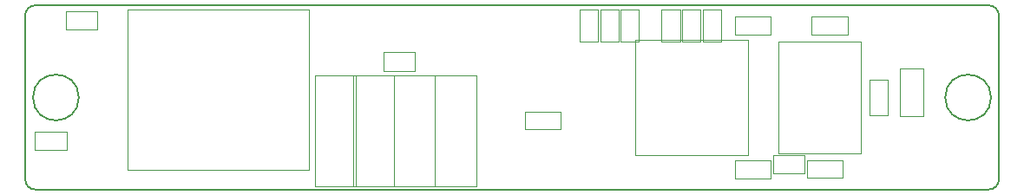
<source format=gbr>
%TF.GenerationSoftware,KiCad,Pcbnew,4.0.7*%
%TF.CreationDate,2018-01-21T21:44:22+02:00*%
%TF.ProjectId,OilMeteo_V2.0,4F696C4D6574656F5F56322E302E6B69,rev?*%
%TF.FileFunction,Other,User*%
%FSLAX46Y46*%
G04 Gerber Fmt 4.6, Leading zero omitted, Abs format (unit mm)*
G04 Created by KiCad (PCBNEW 4.0.7) date 01/21/18 21:44:22*
%MOMM*%
%LPD*%
G01*
G04 APERTURE LIST*
%ADD10C,0.150000*%
%ADD11C,0.050000*%
G04 APERTURE END LIST*
D10*
X100000000Y-35000000D02*
X193000000Y-35000000D01*
X99000000Y-52000000D02*
X99000000Y-36000000D01*
X193000000Y-53000000D02*
X100000000Y-53000000D01*
X194000000Y-36000000D02*
X194000000Y-52000000D01*
X194000000Y-36000000D02*
G75*
G03X193000000Y-35000000I-1000000J0D01*
G01*
X193000000Y-53000000D02*
G75*
G03X194000000Y-52000000I0J1000000D01*
G01*
X99000000Y-52000000D02*
G75*
G03X100000000Y-53000000I1000000J0D01*
G01*
X100000000Y-35000000D02*
G75*
G03X99000000Y-36000000I0J-1000000D01*
G01*
X104236068Y-44000000D02*
G75*
G03X104236068Y-44000000I-2236068J0D01*
G01*
X193236068Y-44000000D02*
G75*
G03X193236068Y-44000000I-2236068J0D01*
G01*
D11*
X147750000Y-47130000D02*
X151250000Y-47130000D01*
X147750000Y-47130000D02*
X147750000Y-45380000D01*
X151250000Y-45380000D02*
X151250000Y-47130000D01*
X151250000Y-45380000D02*
X147750000Y-45380000D01*
X168250000Y-51880000D02*
X171750000Y-51880000D01*
X168250000Y-51880000D02*
X168250000Y-50130000D01*
X171750000Y-50130000D02*
X171750000Y-51880000D01*
X171750000Y-50130000D02*
X168250000Y-50130000D01*
X178750000Y-50120000D02*
X175250000Y-50120000D01*
X178750000Y-50120000D02*
X178750000Y-51870000D01*
X175250000Y-51870000D02*
X175250000Y-50120000D01*
X175250000Y-51870000D02*
X178750000Y-51870000D01*
X139000000Y-41850000D02*
X143000000Y-41850000D01*
X143000000Y-41850000D02*
X143000000Y-52650000D01*
X143000000Y-52650000D02*
X139000000Y-52650000D01*
X139000000Y-52650000D02*
X139000000Y-41850000D01*
X135000000Y-41850000D02*
X139000000Y-41850000D01*
X139000000Y-41850000D02*
X139000000Y-52650000D01*
X139000000Y-52650000D02*
X135000000Y-52650000D01*
X135000000Y-52650000D02*
X135000000Y-41850000D01*
X131000000Y-41850000D02*
X135000000Y-41850000D01*
X135000000Y-41850000D02*
X135000000Y-52650000D01*
X135000000Y-52650000D02*
X131000000Y-52650000D01*
X131000000Y-52650000D02*
X131000000Y-41850000D01*
X175750000Y-37880000D02*
X179250000Y-37880000D01*
X175750000Y-37880000D02*
X175750000Y-36130000D01*
X179250000Y-36130000D02*
X179250000Y-37880000D01*
X179250000Y-36130000D02*
X175750000Y-36130000D01*
X171750000Y-36120000D02*
X168250000Y-36120000D01*
X171750000Y-36120000D02*
X171750000Y-37870000D01*
X168250000Y-37870000D02*
X168250000Y-36120000D01*
X168250000Y-37870000D02*
X171750000Y-37870000D01*
X183130000Y-45750000D02*
X183130000Y-42250000D01*
X183130000Y-45750000D02*
X181380000Y-45750000D01*
X181380000Y-42250000D02*
X183130000Y-42250000D01*
X181380000Y-42250000D02*
X181380000Y-45750000D01*
X127250000Y-41850000D02*
X131250000Y-41850000D01*
X131250000Y-41850000D02*
X131250000Y-52650000D01*
X131250000Y-52650000D02*
X127250000Y-52650000D01*
X127250000Y-52650000D02*
X127250000Y-41850000D01*
X180550000Y-38550000D02*
X172450000Y-38550000D01*
X180550000Y-38550000D02*
X180550000Y-49450000D01*
X172450000Y-49450000D02*
X172450000Y-38550000D01*
X172450000Y-49450000D02*
X180550000Y-49450000D01*
X184340000Y-41200000D02*
X184340000Y-45800000D01*
X186660000Y-41200000D02*
X186660000Y-45800000D01*
X184340000Y-41200000D02*
X186660000Y-41200000D01*
X184340000Y-45800000D02*
X186660000Y-45800000D01*
X109000000Y-51100000D02*
X126700000Y-51100000D01*
X109000000Y-35400000D02*
X109000000Y-51100000D01*
X126700000Y-35400000D02*
X109000000Y-35400000D01*
X126700000Y-51100000D02*
X126700000Y-35400000D01*
X133950000Y-41400000D02*
X137050000Y-41400000D01*
X133950000Y-41400000D02*
X133950000Y-39600000D01*
X137050000Y-39600000D02*
X137050000Y-41400000D01*
X137050000Y-39600000D02*
X133950000Y-39600000D01*
X171950000Y-51400000D02*
X175050000Y-51400000D01*
X171950000Y-51400000D02*
X171950000Y-49600000D01*
X175050000Y-49600000D02*
X175050000Y-51400000D01*
X175050000Y-49600000D02*
X171950000Y-49600000D01*
X155100000Y-35450000D02*
X155100000Y-38550000D01*
X155100000Y-35450000D02*
X156900000Y-35450000D01*
X156900000Y-38550000D02*
X155100000Y-38550000D01*
X156900000Y-38550000D02*
X156900000Y-35450000D01*
X106050000Y-35600000D02*
X102950000Y-35600000D01*
X106050000Y-35600000D02*
X106050000Y-37400000D01*
X102950000Y-37400000D02*
X102950000Y-35600000D01*
X102950000Y-37400000D02*
X106050000Y-37400000D01*
X99950000Y-49150000D02*
X103050000Y-49150000D01*
X99950000Y-49150000D02*
X99950000Y-47350000D01*
X103050000Y-47350000D02*
X103050000Y-49150000D01*
X103050000Y-47350000D02*
X99950000Y-47350000D01*
X162898660Y-38550180D02*
X162898660Y-35450180D01*
X162898660Y-38550180D02*
X161098660Y-38550180D01*
X161098660Y-35450180D02*
X162898660Y-35450180D01*
X161098660Y-35450180D02*
X161098660Y-38550180D01*
X164897640Y-38550180D02*
X164897640Y-35450180D01*
X164897640Y-38550180D02*
X163097640Y-38550180D01*
X163097640Y-35450180D02*
X164897640Y-35450180D01*
X163097640Y-35450180D02*
X163097640Y-38550180D01*
X166900000Y-38550000D02*
X166900000Y-35450000D01*
X166900000Y-38550000D02*
X165100000Y-38550000D01*
X165100000Y-35450000D02*
X166900000Y-35450000D01*
X165100000Y-35450000D02*
X165100000Y-38550000D01*
X157100000Y-35450000D02*
X157100000Y-38550000D01*
X157100000Y-35450000D02*
X158900000Y-35450000D01*
X158900000Y-38550000D02*
X157100000Y-38550000D01*
X158900000Y-38550000D02*
X158900000Y-35450000D01*
X153100000Y-35450000D02*
X153100000Y-38550000D01*
X153100000Y-35450000D02*
X154900000Y-35450000D01*
X154900000Y-38550000D02*
X153100000Y-38550000D01*
X154900000Y-38550000D02*
X154900000Y-35450000D01*
X158500000Y-38350000D02*
X169500000Y-38350000D01*
X158500000Y-49650000D02*
X169500000Y-49650000D01*
X158500000Y-38350000D02*
X158500000Y-49650000D01*
X169500000Y-38350000D02*
X169500000Y-49650000D01*
M02*

</source>
